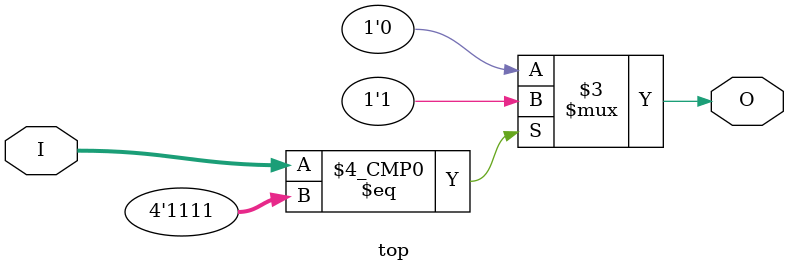
<source format=v>
module top( (* keep *) input [3:0] I, output O);
    always @(I)
    case(I)
        4'b1111 : O = 1;
        default : O = 0;
    endcase
endmodule // top

</source>
